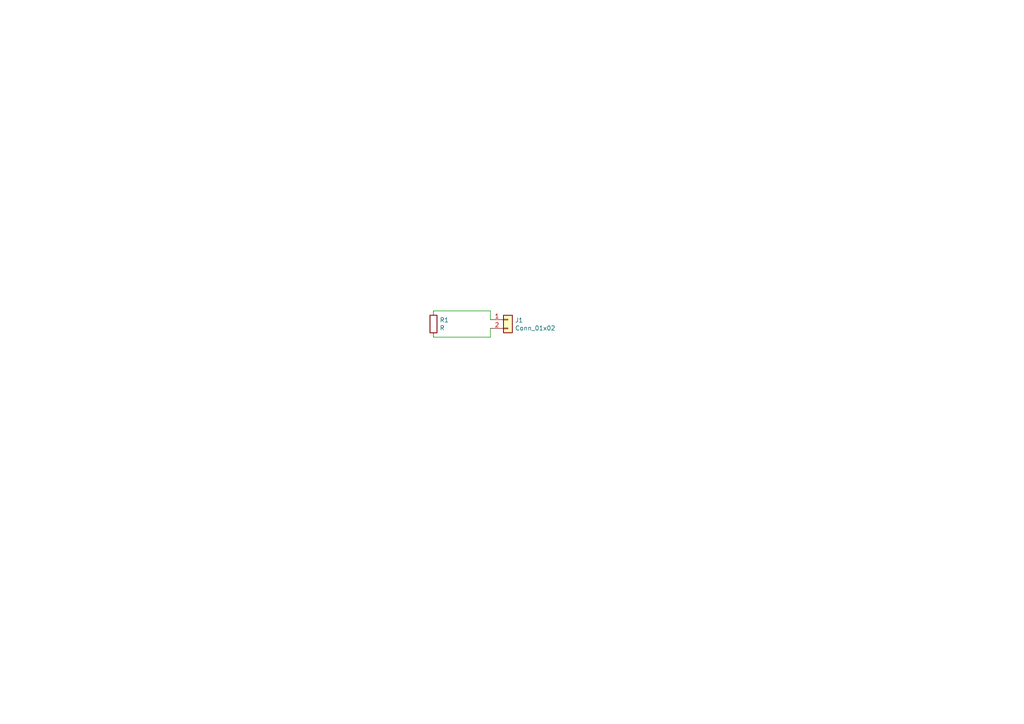
<source format=kicad_sch>
(kicad_sch (version 20230121) (generator eeschema)
  (paper "A4")
  (lib_symbols
    (symbol "Connector_Generic:Conn_01x02" (pin_names (offset 1.016) hide)
      (property "Reference" "J" (at 0 2.54 0))
      (property "Value" "Conn_01x02" (at 0 -5.08 0))
      (symbol "Conn_01x02_1_1"
        (rectangle (start -1.27 -2.413) (end 0 -2.667) (stroke (width 0.1524)))
        (rectangle (start -1.27 0.127) (end 0 -0.127) (stroke (width 0.1524)))
        (rectangle (start -1.27 1.27) (end 1.27 -3.81) (stroke (width 0.254)) (fill (type background)))
        (pin passive line (at -5.08 0 0) (length 3.81) (name "Pin_1") (number "1"))
        (pin passive line (at -5.08 -2.54 0) (length 3.81) (name "Pin_2") (number "2"))
      )
    )
    (symbol "Device:R" (pin_numbers hide) (pin_names (offset 0))
      (property "Reference" "R" (at 2.032 0 90))
      (property "Value" "R" (at 0 0 90))
      (symbol "R_0_1"
        (rectangle (start -1.016 -2.54) (end 1.016 2.54) (stroke (width 0.254)))
      )
      (symbol "R_1_1"
        (pin passive line (at 0 3.81 270) (length 1.27) (name "~") (number "1"))
        (pin passive line (at 0 -3.81 90) (length 1.27) (name "~") (number "2"))
      )
    )
  )
  (wire (pts (xy 142.24 95.25) (xy 142.24 97.79)))
  (wire (pts (xy 142.24 97.79) (xy 125.73 97.79)))
  (wire (pts (xy 142.24 90.17) (xy 142.24 92.71)))
  (wire (pts (xy 125.73 90.17) (xy 142.24 90.17)))
  (symbol (lib_id "Device:R") (at 125.73 93.98 0) (unit 1)
    (property "Reference" "R1" (at 127.5081 92.8306 0) (effects (justify left)))
    (property "Value" "R" (at 127.5081 95.1293 0) (effects (justify left)))
    (property "Footprint" "Resistor_SMD:R_1206_3216Metric" (effects hide))
  )
  (symbol (lib_id "Connector_Generic:Conn_01x02") (at 147.32 92.71 0) (unit 1)
    (property "Reference" "J1" (at 149.3521 92.8814 0) (effects (justify left)))
    (property "Value" "Conn_01x02" (at 149.3521 95.1801 0) (effects (justify left)))
    (property "Footprint" "Connector_JST:JST_XH_B2B-XH-A_1x02_P2.50mm_Vertical" (effects hide))
    (property "myfield" "myvalue" (effects hide))
  )
)
</source>
